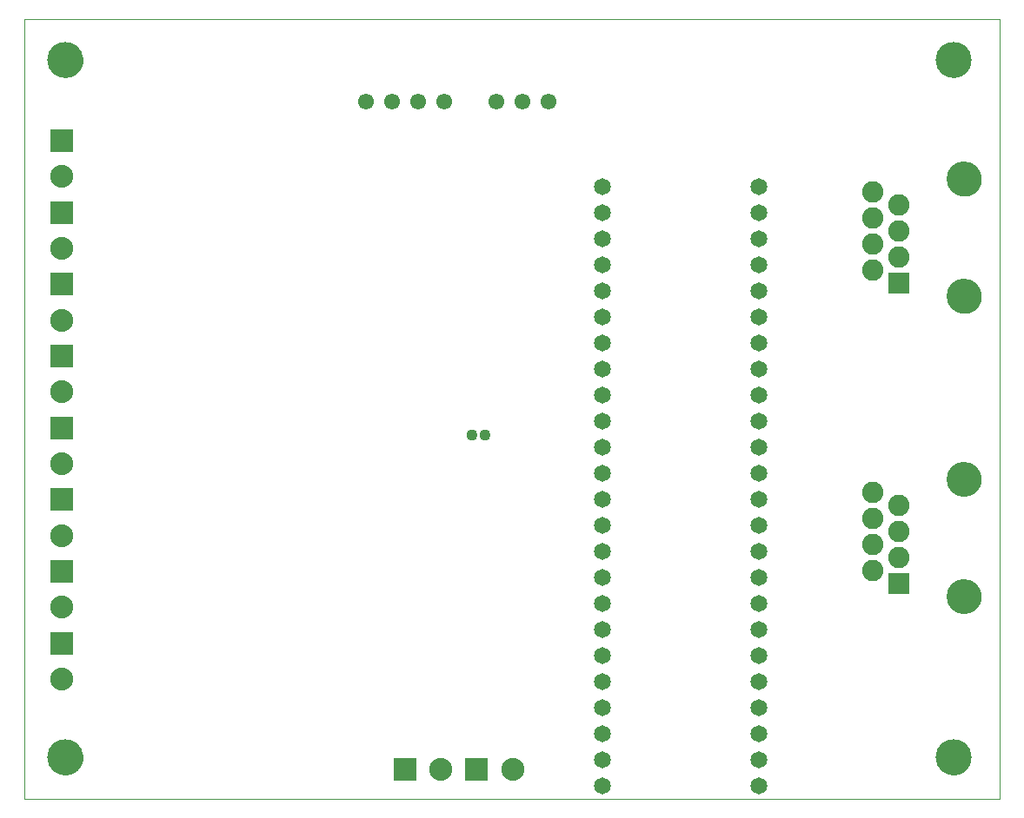
<source format=gbs>
G75*
%MOIN*%
%OFA0B0*%
%FSLAX25Y25*%
%IPPOS*%
%LPD*%
%AMOC8*
5,1,8,0,0,1.08239X$1,22.5*
%
%ADD10C,0.00000*%
%ADD11R,0.08200X0.08200*%
%ADD12C,0.08200*%
%ADD13C,0.13398*%
%ADD14C,0.04362*%
%ADD15C,0.13800*%
%ADD16R,0.08800X0.08800*%
%ADD17C,0.08800*%
%ADD18C,0.06500*%
%ADD19C,0.06115*%
D10*
X0001800Y0015403D02*
X0375816Y0015403D01*
X0375816Y0314615D01*
X0001800Y0314615D01*
X0001800Y0015403D01*
X0011048Y0031151D02*
X0011050Y0031312D01*
X0011056Y0031472D01*
X0011066Y0031633D01*
X0011080Y0031793D01*
X0011098Y0031953D01*
X0011119Y0032112D01*
X0011145Y0032271D01*
X0011175Y0032429D01*
X0011208Y0032586D01*
X0011246Y0032743D01*
X0011287Y0032898D01*
X0011332Y0033052D01*
X0011381Y0033205D01*
X0011434Y0033357D01*
X0011490Y0033508D01*
X0011551Y0033657D01*
X0011614Y0033805D01*
X0011682Y0033951D01*
X0011753Y0034095D01*
X0011827Y0034237D01*
X0011905Y0034378D01*
X0011987Y0034516D01*
X0012072Y0034653D01*
X0012160Y0034787D01*
X0012252Y0034919D01*
X0012347Y0035049D01*
X0012445Y0035177D01*
X0012546Y0035302D01*
X0012650Y0035424D01*
X0012757Y0035544D01*
X0012867Y0035661D01*
X0012980Y0035776D01*
X0013096Y0035887D01*
X0013215Y0035996D01*
X0013336Y0036101D01*
X0013460Y0036204D01*
X0013586Y0036304D01*
X0013714Y0036400D01*
X0013845Y0036493D01*
X0013979Y0036583D01*
X0014114Y0036670D01*
X0014252Y0036753D01*
X0014391Y0036833D01*
X0014533Y0036909D01*
X0014676Y0036982D01*
X0014821Y0037051D01*
X0014968Y0037117D01*
X0015116Y0037179D01*
X0015266Y0037237D01*
X0015417Y0037292D01*
X0015570Y0037343D01*
X0015724Y0037390D01*
X0015879Y0037433D01*
X0016035Y0037472D01*
X0016191Y0037508D01*
X0016349Y0037539D01*
X0016507Y0037567D01*
X0016666Y0037591D01*
X0016826Y0037611D01*
X0016986Y0037627D01*
X0017146Y0037639D01*
X0017307Y0037647D01*
X0017468Y0037651D01*
X0017628Y0037651D01*
X0017789Y0037647D01*
X0017950Y0037639D01*
X0018110Y0037627D01*
X0018270Y0037611D01*
X0018430Y0037591D01*
X0018589Y0037567D01*
X0018747Y0037539D01*
X0018905Y0037508D01*
X0019061Y0037472D01*
X0019217Y0037433D01*
X0019372Y0037390D01*
X0019526Y0037343D01*
X0019679Y0037292D01*
X0019830Y0037237D01*
X0019980Y0037179D01*
X0020128Y0037117D01*
X0020275Y0037051D01*
X0020420Y0036982D01*
X0020563Y0036909D01*
X0020705Y0036833D01*
X0020844Y0036753D01*
X0020982Y0036670D01*
X0021117Y0036583D01*
X0021251Y0036493D01*
X0021382Y0036400D01*
X0021510Y0036304D01*
X0021636Y0036204D01*
X0021760Y0036101D01*
X0021881Y0035996D01*
X0022000Y0035887D01*
X0022116Y0035776D01*
X0022229Y0035661D01*
X0022339Y0035544D01*
X0022446Y0035424D01*
X0022550Y0035302D01*
X0022651Y0035177D01*
X0022749Y0035049D01*
X0022844Y0034919D01*
X0022936Y0034787D01*
X0023024Y0034653D01*
X0023109Y0034516D01*
X0023191Y0034378D01*
X0023269Y0034237D01*
X0023343Y0034095D01*
X0023414Y0033951D01*
X0023482Y0033805D01*
X0023545Y0033657D01*
X0023606Y0033508D01*
X0023662Y0033357D01*
X0023715Y0033205D01*
X0023764Y0033052D01*
X0023809Y0032898D01*
X0023850Y0032743D01*
X0023888Y0032586D01*
X0023921Y0032429D01*
X0023951Y0032271D01*
X0023977Y0032112D01*
X0023998Y0031953D01*
X0024016Y0031793D01*
X0024030Y0031633D01*
X0024040Y0031472D01*
X0024046Y0031312D01*
X0024048Y0031151D01*
X0024046Y0030990D01*
X0024040Y0030830D01*
X0024030Y0030669D01*
X0024016Y0030509D01*
X0023998Y0030349D01*
X0023977Y0030190D01*
X0023951Y0030031D01*
X0023921Y0029873D01*
X0023888Y0029716D01*
X0023850Y0029559D01*
X0023809Y0029404D01*
X0023764Y0029250D01*
X0023715Y0029097D01*
X0023662Y0028945D01*
X0023606Y0028794D01*
X0023545Y0028645D01*
X0023482Y0028497D01*
X0023414Y0028351D01*
X0023343Y0028207D01*
X0023269Y0028065D01*
X0023191Y0027924D01*
X0023109Y0027786D01*
X0023024Y0027649D01*
X0022936Y0027515D01*
X0022844Y0027383D01*
X0022749Y0027253D01*
X0022651Y0027125D01*
X0022550Y0027000D01*
X0022446Y0026878D01*
X0022339Y0026758D01*
X0022229Y0026641D01*
X0022116Y0026526D01*
X0022000Y0026415D01*
X0021881Y0026306D01*
X0021760Y0026201D01*
X0021636Y0026098D01*
X0021510Y0025998D01*
X0021382Y0025902D01*
X0021251Y0025809D01*
X0021117Y0025719D01*
X0020982Y0025632D01*
X0020844Y0025549D01*
X0020705Y0025469D01*
X0020563Y0025393D01*
X0020420Y0025320D01*
X0020275Y0025251D01*
X0020128Y0025185D01*
X0019980Y0025123D01*
X0019830Y0025065D01*
X0019679Y0025010D01*
X0019526Y0024959D01*
X0019372Y0024912D01*
X0019217Y0024869D01*
X0019061Y0024830D01*
X0018905Y0024794D01*
X0018747Y0024763D01*
X0018589Y0024735D01*
X0018430Y0024711D01*
X0018270Y0024691D01*
X0018110Y0024675D01*
X0017950Y0024663D01*
X0017789Y0024655D01*
X0017628Y0024651D01*
X0017468Y0024651D01*
X0017307Y0024655D01*
X0017146Y0024663D01*
X0016986Y0024675D01*
X0016826Y0024691D01*
X0016666Y0024711D01*
X0016507Y0024735D01*
X0016349Y0024763D01*
X0016191Y0024794D01*
X0016035Y0024830D01*
X0015879Y0024869D01*
X0015724Y0024912D01*
X0015570Y0024959D01*
X0015417Y0025010D01*
X0015266Y0025065D01*
X0015116Y0025123D01*
X0014968Y0025185D01*
X0014821Y0025251D01*
X0014676Y0025320D01*
X0014533Y0025393D01*
X0014391Y0025469D01*
X0014252Y0025549D01*
X0014114Y0025632D01*
X0013979Y0025719D01*
X0013845Y0025809D01*
X0013714Y0025902D01*
X0013586Y0025998D01*
X0013460Y0026098D01*
X0013336Y0026201D01*
X0013215Y0026306D01*
X0013096Y0026415D01*
X0012980Y0026526D01*
X0012867Y0026641D01*
X0012757Y0026758D01*
X0012650Y0026878D01*
X0012546Y0027000D01*
X0012445Y0027125D01*
X0012347Y0027253D01*
X0012252Y0027383D01*
X0012160Y0027515D01*
X0012072Y0027649D01*
X0011987Y0027786D01*
X0011905Y0027924D01*
X0011827Y0028065D01*
X0011753Y0028207D01*
X0011682Y0028351D01*
X0011614Y0028497D01*
X0011551Y0028645D01*
X0011490Y0028794D01*
X0011434Y0028945D01*
X0011381Y0029097D01*
X0011332Y0029250D01*
X0011287Y0029404D01*
X0011246Y0029559D01*
X0011208Y0029716D01*
X0011175Y0029873D01*
X0011145Y0030031D01*
X0011119Y0030190D01*
X0011098Y0030349D01*
X0011080Y0030509D01*
X0011066Y0030669D01*
X0011056Y0030830D01*
X0011050Y0030990D01*
X0011048Y0031151D01*
X0011048Y0298867D02*
X0011050Y0299028D01*
X0011056Y0299188D01*
X0011066Y0299349D01*
X0011080Y0299509D01*
X0011098Y0299669D01*
X0011119Y0299828D01*
X0011145Y0299987D01*
X0011175Y0300145D01*
X0011208Y0300302D01*
X0011246Y0300459D01*
X0011287Y0300614D01*
X0011332Y0300768D01*
X0011381Y0300921D01*
X0011434Y0301073D01*
X0011490Y0301224D01*
X0011551Y0301373D01*
X0011614Y0301521D01*
X0011682Y0301667D01*
X0011753Y0301811D01*
X0011827Y0301953D01*
X0011905Y0302094D01*
X0011987Y0302232D01*
X0012072Y0302369D01*
X0012160Y0302503D01*
X0012252Y0302635D01*
X0012347Y0302765D01*
X0012445Y0302893D01*
X0012546Y0303018D01*
X0012650Y0303140D01*
X0012757Y0303260D01*
X0012867Y0303377D01*
X0012980Y0303492D01*
X0013096Y0303603D01*
X0013215Y0303712D01*
X0013336Y0303817D01*
X0013460Y0303920D01*
X0013586Y0304020D01*
X0013714Y0304116D01*
X0013845Y0304209D01*
X0013979Y0304299D01*
X0014114Y0304386D01*
X0014252Y0304469D01*
X0014391Y0304549D01*
X0014533Y0304625D01*
X0014676Y0304698D01*
X0014821Y0304767D01*
X0014968Y0304833D01*
X0015116Y0304895D01*
X0015266Y0304953D01*
X0015417Y0305008D01*
X0015570Y0305059D01*
X0015724Y0305106D01*
X0015879Y0305149D01*
X0016035Y0305188D01*
X0016191Y0305224D01*
X0016349Y0305255D01*
X0016507Y0305283D01*
X0016666Y0305307D01*
X0016826Y0305327D01*
X0016986Y0305343D01*
X0017146Y0305355D01*
X0017307Y0305363D01*
X0017468Y0305367D01*
X0017628Y0305367D01*
X0017789Y0305363D01*
X0017950Y0305355D01*
X0018110Y0305343D01*
X0018270Y0305327D01*
X0018430Y0305307D01*
X0018589Y0305283D01*
X0018747Y0305255D01*
X0018905Y0305224D01*
X0019061Y0305188D01*
X0019217Y0305149D01*
X0019372Y0305106D01*
X0019526Y0305059D01*
X0019679Y0305008D01*
X0019830Y0304953D01*
X0019980Y0304895D01*
X0020128Y0304833D01*
X0020275Y0304767D01*
X0020420Y0304698D01*
X0020563Y0304625D01*
X0020705Y0304549D01*
X0020844Y0304469D01*
X0020982Y0304386D01*
X0021117Y0304299D01*
X0021251Y0304209D01*
X0021382Y0304116D01*
X0021510Y0304020D01*
X0021636Y0303920D01*
X0021760Y0303817D01*
X0021881Y0303712D01*
X0022000Y0303603D01*
X0022116Y0303492D01*
X0022229Y0303377D01*
X0022339Y0303260D01*
X0022446Y0303140D01*
X0022550Y0303018D01*
X0022651Y0302893D01*
X0022749Y0302765D01*
X0022844Y0302635D01*
X0022936Y0302503D01*
X0023024Y0302369D01*
X0023109Y0302232D01*
X0023191Y0302094D01*
X0023269Y0301953D01*
X0023343Y0301811D01*
X0023414Y0301667D01*
X0023482Y0301521D01*
X0023545Y0301373D01*
X0023606Y0301224D01*
X0023662Y0301073D01*
X0023715Y0300921D01*
X0023764Y0300768D01*
X0023809Y0300614D01*
X0023850Y0300459D01*
X0023888Y0300302D01*
X0023921Y0300145D01*
X0023951Y0299987D01*
X0023977Y0299828D01*
X0023998Y0299669D01*
X0024016Y0299509D01*
X0024030Y0299349D01*
X0024040Y0299188D01*
X0024046Y0299028D01*
X0024048Y0298867D01*
X0024046Y0298706D01*
X0024040Y0298546D01*
X0024030Y0298385D01*
X0024016Y0298225D01*
X0023998Y0298065D01*
X0023977Y0297906D01*
X0023951Y0297747D01*
X0023921Y0297589D01*
X0023888Y0297432D01*
X0023850Y0297275D01*
X0023809Y0297120D01*
X0023764Y0296966D01*
X0023715Y0296813D01*
X0023662Y0296661D01*
X0023606Y0296510D01*
X0023545Y0296361D01*
X0023482Y0296213D01*
X0023414Y0296067D01*
X0023343Y0295923D01*
X0023269Y0295781D01*
X0023191Y0295640D01*
X0023109Y0295502D01*
X0023024Y0295365D01*
X0022936Y0295231D01*
X0022844Y0295099D01*
X0022749Y0294969D01*
X0022651Y0294841D01*
X0022550Y0294716D01*
X0022446Y0294594D01*
X0022339Y0294474D01*
X0022229Y0294357D01*
X0022116Y0294242D01*
X0022000Y0294131D01*
X0021881Y0294022D01*
X0021760Y0293917D01*
X0021636Y0293814D01*
X0021510Y0293714D01*
X0021382Y0293618D01*
X0021251Y0293525D01*
X0021117Y0293435D01*
X0020982Y0293348D01*
X0020844Y0293265D01*
X0020705Y0293185D01*
X0020563Y0293109D01*
X0020420Y0293036D01*
X0020275Y0292967D01*
X0020128Y0292901D01*
X0019980Y0292839D01*
X0019830Y0292781D01*
X0019679Y0292726D01*
X0019526Y0292675D01*
X0019372Y0292628D01*
X0019217Y0292585D01*
X0019061Y0292546D01*
X0018905Y0292510D01*
X0018747Y0292479D01*
X0018589Y0292451D01*
X0018430Y0292427D01*
X0018270Y0292407D01*
X0018110Y0292391D01*
X0017950Y0292379D01*
X0017789Y0292371D01*
X0017628Y0292367D01*
X0017468Y0292367D01*
X0017307Y0292371D01*
X0017146Y0292379D01*
X0016986Y0292391D01*
X0016826Y0292407D01*
X0016666Y0292427D01*
X0016507Y0292451D01*
X0016349Y0292479D01*
X0016191Y0292510D01*
X0016035Y0292546D01*
X0015879Y0292585D01*
X0015724Y0292628D01*
X0015570Y0292675D01*
X0015417Y0292726D01*
X0015266Y0292781D01*
X0015116Y0292839D01*
X0014968Y0292901D01*
X0014821Y0292967D01*
X0014676Y0293036D01*
X0014533Y0293109D01*
X0014391Y0293185D01*
X0014252Y0293265D01*
X0014114Y0293348D01*
X0013979Y0293435D01*
X0013845Y0293525D01*
X0013714Y0293618D01*
X0013586Y0293714D01*
X0013460Y0293814D01*
X0013336Y0293917D01*
X0013215Y0294022D01*
X0013096Y0294131D01*
X0012980Y0294242D01*
X0012867Y0294357D01*
X0012757Y0294474D01*
X0012650Y0294594D01*
X0012546Y0294716D01*
X0012445Y0294841D01*
X0012347Y0294969D01*
X0012252Y0295099D01*
X0012160Y0295231D01*
X0012072Y0295365D01*
X0011987Y0295502D01*
X0011905Y0295640D01*
X0011827Y0295781D01*
X0011753Y0295923D01*
X0011682Y0296067D01*
X0011614Y0296213D01*
X0011551Y0296361D01*
X0011490Y0296510D01*
X0011434Y0296661D01*
X0011381Y0296813D01*
X0011332Y0296966D01*
X0011287Y0297120D01*
X0011246Y0297275D01*
X0011208Y0297432D01*
X0011175Y0297589D01*
X0011145Y0297747D01*
X0011119Y0297906D01*
X0011098Y0298065D01*
X0011080Y0298225D01*
X0011066Y0298385D01*
X0011056Y0298546D01*
X0011050Y0298706D01*
X0011048Y0298867D01*
X0351599Y0298867D02*
X0351601Y0299028D01*
X0351607Y0299188D01*
X0351617Y0299349D01*
X0351631Y0299509D01*
X0351649Y0299669D01*
X0351670Y0299828D01*
X0351696Y0299987D01*
X0351726Y0300145D01*
X0351759Y0300302D01*
X0351797Y0300459D01*
X0351838Y0300614D01*
X0351883Y0300768D01*
X0351932Y0300921D01*
X0351985Y0301073D01*
X0352041Y0301224D01*
X0352102Y0301373D01*
X0352165Y0301521D01*
X0352233Y0301667D01*
X0352304Y0301811D01*
X0352378Y0301953D01*
X0352456Y0302094D01*
X0352538Y0302232D01*
X0352623Y0302369D01*
X0352711Y0302503D01*
X0352803Y0302635D01*
X0352898Y0302765D01*
X0352996Y0302893D01*
X0353097Y0303018D01*
X0353201Y0303140D01*
X0353308Y0303260D01*
X0353418Y0303377D01*
X0353531Y0303492D01*
X0353647Y0303603D01*
X0353766Y0303712D01*
X0353887Y0303817D01*
X0354011Y0303920D01*
X0354137Y0304020D01*
X0354265Y0304116D01*
X0354396Y0304209D01*
X0354530Y0304299D01*
X0354665Y0304386D01*
X0354803Y0304469D01*
X0354942Y0304549D01*
X0355084Y0304625D01*
X0355227Y0304698D01*
X0355372Y0304767D01*
X0355519Y0304833D01*
X0355667Y0304895D01*
X0355817Y0304953D01*
X0355968Y0305008D01*
X0356121Y0305059D01*
X0356275Y0305106D01*
X0356430Y0305149D01*
X0356586Y0305188D01*
X0356742Y0305224D01*
X0356900Y0305255D01*
X0357058Y0305283D01*
X0357217Y0305307D01*
X0357377Y0305327D01*
X0357537Y0305343D01*
X0357697Y0305355D01*
X0357858Y0305363D01*
X0358019Y0305367D01*
X0358179Y0305367D01*
X0358340Y0305363D01*
X0358501Y0305355D01*
X0358661Y0305343D01*
X0358821Y0305327D01*
X0358981Y0305307D01*
X0359140Y0305283D01*
X0359298Y0305255D01*
X0359456Y0305224D01*
X0359612Y0305188D01*
X0359768Y0305149D01*
X0359923Y0305106D01*
X0360077Y0305059D01*
X0360230Y0305008D01*
X0360381Y0304953D01*
X0360531Y0304895D01*
X0360679Y0304833D01*
X0360826Y0304767D01*
X0360971Y0304698D01*
X0361114Y0304625D01*
X0361256Y0304549D01*
X0361395Y0304469D01*
X0361533Y0304386D01*
X0361668Y0304299D01*
X0361802Y0304209D01*
X0361933Y0304116D01*
X0362061Y0304020D01*
X0362187Y0303920D01*
X0362311Y0303817D01*
X0362432Y0303712D01*
X0362551Y0303603D01*
X0362667Y0303492D01*
X0362780Y0303377D01*
X0362890Y0303260D01*
X0362997Y0303140D01*
X0363101Y0303018D01*
X0363202Y0302893D01*
X0363300Y0302765D01*
X0363395Y0302635D01*
X0363487Y0302503D01*
X0363575Y0302369D01*
X0363660Y0302232D01*
X0363742Y0302094D01*
X0363820Y0301953D01*
X0363894Y0301811D01*
X0363965Y0301667D01*
X0364033Y0301521D01*
X0364096Y0301373D01*
X0364157Y0301224D01*
X0364213Y0301073D01*
X0364266Y0300921D01*
X0364315Y0300768D01*
X0364360Y0300614D01*
X0364401Y0300459D01*
X0364439Y0300302D01*
X0364472Y0300145D01*
X0364502Y0299987D01*
X0364528Y0299828D01*
X0364549Y0299669D01*
X0364567Y0299509D01*
X0364581Y0299349D01*
X0364591Y0299188D01*
X0364597Y0299028D01*
X0364599Y0298867D01*
X0364597Y0298706D01*
X0364591Y0298546D01*
X0364581Y0298385D01*
X0364567Y0298225D01*
X0364549Y0298065D01*
X0364528Y0297906D01*
X0364502Y0297747D01*
X0364472Y0297589D01*
X0364439Y0297432D01*
X0364401Y0297275D01*
X0364360Y0297120D01*
X0364315Y0296966D01*
X0364266Y0296813D01*
X0364213Y0296661D01*
X0364157Y0296510D01*
X0364096Y0296361D01*
X0364033Y0296213D01*
X0363965Y0296067D01*
X0363894Y0295923D01*
X0363820Y0295781D01*
X0363742Y0295640D01*
X0363660Y0295502D01*
X0363575Y0295365D01*
X0363487Y0295231D01*
X0363395Y0295099D01*
X0363300Y0294969D01*
X0363202Y0294841D01*
X0363101Y0294716D01*
X0362997Y0294594D01*
X0362890Y0294474D01*
X0362780Y0294357D01*
X0362667Y0294242D01*
X0362551Y0294131D01*
X0362432Y0294022D01*
X0362311Y0293917D01*
X0362187Y0293814D01*
X0362061Y0293714D01*
X0361933Y0293618D01*
X0361802Y0293525D01*
X0361668Y0293435D01*
X0361533Y0293348D01*
X0361395Y0293265D01*
X0361256Y0293185D01*
X0361114Y0293109D01*
X0360971Y0293036D01*
X0360826Y0292967D01*
X0360679Y0292901D01*
X0360531Y0292839D01*
X0360381Y0292781D01*
X0360230Y0292726D01*
X0360077Y0292675D01*
X0359923Y0292628D01*
X0359768Y0292585D01*
X0359612Y0292546D01*
X0359456Y0292510D01*
X0359298Y0292479D01*
X0359140Y0292451D01*
X0358981Y0292427D01*
X0358821Y0292407D01*
X0358661Y0292391D01*
X0358501Y0292379D01*
X0358340Y0292371D01*
X0358179Y0292367D01*
X0358019Y0292367D01*
X0357858Y0292371D01*
X0357697Y0292379D01*
X0357537Y0292391D01*
X0357377Y0292407D01*
X0357217Y0292427D01*
X0357058Y0292451D01*
X0356900Y0292479D01*
X0356742Y0292510D01*
X0356586Y0292546D01*
X0356430Y0292585D01*
X0356275Y0292628D01*
X0356121Y0292675D01*
X0355968Y0292726D01*
X0355817Y0292781D01*
X0355667Y0292839D01*
X0355519Y0292901D01*
X0355372Y0292967D01*
X0355227Y0293036D01*
X0355084Y0293109D01*
X0354942Y0293185D01*
X0354803Y0293265D01*
X0354665Y0293348D01*
X0354530Y0293435D01*
X0354396Y0293525D01*
X0354265Y0293618D01*
X0354137Y0293714D01*
X0354011Y0293814D01*
X0353887Y0293917D01*
X0353766Y0294022D01*
X0353647Y0294131D01*
X0353531Y0294242D01*
X0353418Y0294357D01*
X0353308Y0294474D01*
X0353201Y0294594D01*
X0353097Y0294716D01*
X0352996Y0294841D01*
X0352898Y0294969D01*
X0352803Y0295099D01*
X0352711Y0295231D01*
X0352623Y0295365D01*
X0352538Y0295502D01*
X0352456Y0295640D01*
X0352378Y0295781D01*
X0352304Y0295923D01*
X0352233Y0296067D01*
X0352165Y0296213D01*
X0352102Y0296361D01*
X0352041Y0296510D01*
X0351985Y0296661D01*
X0351932Y0296813D01*
X0351883Y0296966D01*
X0351838Y0297120D01*
X0351797Y0297275D01*
X0351759Y0297432D01*
X0351726Y0297589D01*
X0351696Y0297747D01*
X0351670Y0297906D01*
X0351649Y0298065D01*
X0351631Y0298225D01*
X0351617Y0298385D01*
X0351607Y0298546D01*
X0351601Y0298706D01*
X0351599Y0298867D01*
X0355934Y0253100D02*
X0355936Y0253258D01*
X0355942Y0253416D01*
X0355952Y0253574D01*
X0355966Y0253732D01*
X0355984Y0253889D01*
X0356005Y0254046D01*
X0356031Y0254202D01*
X0356061Y0254358D01*
X0356094Y0254513D01*
X0356132Y0254666D01*
X0356173Y0254819D01*
X0356218Y0254971D01*
X0356267Y0255122D01*
X0356320Y0255271D01*
X0356376Y0255419D01*
X0356436Y0255565D01*
X0356500Y0255710D01*
X0356568Y0255853D01*
X0356639Y0255995D01*
X0356713Y0256135D01*
X0356791Y0256272D01*
X0356873Y0256408D01*
X0356957Y0256542D01*
X0357046Y0256673D01*
X0357137Y0256802D01*
X0357232Y0256929D01*
X0357329Y0257054D01*
X0357430Y0257176D01*
X0357534Y0257295D01*
X0357641Y0257412D01*
X0357751Y0257526D01*
X0357864Y0257637D01*
X0357979Y0257746D01*
X0358097Y0257851D01*
X0358218Y0257953D01*
X0358341Y0258053D01*
X0358467Y0258149D01*
X0358595Y0258242D01*
X0358725Y0258332D01*
X0358858Y0258418D01*
X0358993Y0258502D01*
X0359129Y0258581D01*
X0359268Y0258658D01*
X0359409Y0258730D01*
X0359551Y0258800D01*
X0359695Y0258865D01*
X0359841Y0258927D01*
X0359988Y0258985D01*
X0360137Y0259040D01*
X0360287Y0259091D01*
X0360438Y0259138D01*
X0360590Y0259181D01*
X0360743Y0259220D01*
X0360898Y0259256D01*
X0361053Y0259287D01*
X0361209Y0259315D01*
X0361365Y0259339D01*
X0361522Y0259359D01*
X0361680Y0259375D01*
X0361837Y0259387D01*
X0361996Y0259395D01*
X0362154Y0259399D01*
X0362312Y0259399D01*
X0362470Y0259395D01*
X0362629Y0259387D01*
X0362786Y0259375D01*
X0362944Y0259359D01*
X0363101Y0259339D01*
X0363257Y0259315D01*
X0363413Y0259287D01*
X0363568Y0259256D01*
X0363723Y0259220D01*
X0363876Y0259181D01*
X0364028Y0259138D01*
X0364179Y0259091D01*
X0364329Y0259040D01*
X0364478Y0258985D01*
X0364625Y0258927D01*
X0364771Y0258865D01*
X0364915Y0258800D01*
X0365057Y0258730D01*
X0365198Y0258658D01*
X0365337Y0258581D01*
X0365473Y0258502D01*
X0365608Y0258418D01*
X0365741Y0258332D01*
X0365871Y0258242D01*
X0365999Y0258149D01*
X0366125Y0258053D01*
X0366248Y0257953D01*
X0366369Y0257851D01*
X0366487Y0257746D01*
X0366602Y0257637D01*
X0366715Y0257526D01*
X0366825Y0257412D01*
X0366932Y0257295D01*
X0367036Y0257176D01*
X0367137Y0257054D01*
X0367234Y0256929D01*
X0367329Y0256802D01*
X0367420Y0256673D01*
X0367509Y0256542D01*
X0367593Y0256408D01*
X0367675Y0256272D01*
X0367753Y0256135D01*
X0367827Y0255995D01*
X0367898Y0255853D01*
X0367966Y0255710D01*
X0368030Y0255565D01*
X0368090Y0255419D01*
X0368146Y0255271D01*
X0368199Y0255122D01*
X0368248Y0254971D01*
X0368293Y0254819D01*
X0368334Y0254666D01*
X0368372Y0254513D01*
X0368405Y0254358D01*
X0368435Y0254202D01*
X0368461Y0254046D01*
X0368482Y0253889D01*
X0368500Y0253732D01*
X0368514Y0253574D01*
X0368524Y0253416D01*
X0368530Y0253258D01*
X0368532Y0253100D01*
X0368530Y0252942D01*
X0368524Y0252784D01*
X0368514Y0252626D01*
X0368500Y0252468D01*
X0368482Y0252311D01*
X0368461Y0252154D01*
X0368435Y0251998D01*
X0368405Y0251842D01*
X0368372Y0251687D01*
X0368334Y0251534D01*
X0368293Y0251381D01*
X0368248Y0251229D01*
X0368199Y0251078D01*
X0368146Y0250929D01*
X0368090Y0250781D01*
X0368030Y0250635D01*
X0367966Y0250490D01*
X0367898Y0250347D01*
X0367827Y0250205D01*
X0367753Y0250065D01*
X0367675Y0249928D01*
X0367593Y0249792D01*
X0367509Y0249658D01*
X0367420Y0249527D01*
X0367329Y0249398D01*
X0367234Y0249271D01*
X0367137Y0249146D01*
X0367036Y0249024D01*
X0366932Y0248905D01*
X0366825Y0248788D01*
X0366715Y0248674D01*
X0366602Y0248563D01*
X0366487Y0248454D01*
X0366369Y0248349D01*
X0366248Y0248247D01*
X0366125Y0248147D01*
X0365999Y0248051D01*
X0365871Y0247958D01*
X0365741Y0247868D01*
X0365608Y0247782D01*
X0365473Y0247698D01*
X0365337Y0247619D01*
X0365198Y0247542D01*
X0365057Y0247470D01*
X0364915Y0247400D01*
X0364771Y0247335D01*
X0364625Y0247273D01*
X0364478Y0247215D01*
X0364329Y0247160D01*
X0364179Y0247109D01*
X0364028Y0247062D01*
X0363876Y0247019D01*
X0363723Y0246980D01*
X0363568Y0246944D01*
X0363413Y0246913D01*
X0363257Y0246885D01*
X0363101Y0246861D01*
X0362944Y0246841D01*
X0362786Y0246825D01*
X0362629Y0246813D01*
X0362470Y0246805D01*
X0362312Y0246801D01*
X0362154Y0246801D01*
X0361996Y0246805D01*
X0361837Y0246813D01*
X0361680Y0246825D01*
X0361522Y0246841D01*
X0361365Y0246861D01*
X0361209Y0246885D01*
X0361053Y0246913D01*
X0360898Y0246944D01*
X0360743Y0246980D01*
X0360590Y0247019D01*
X0360438Y0247062D01*
X0360287Y0247109D01*
X0360137Y0247160D01*
X0359988Y0247215D01*
X0359841Y0247273D01*
X0359695Y0247335D01*
X0359551Y0247400D01*
X0359409Y0247470D01*
X0359268Y0247542D01*
X0359129Y0247619D01*
X0358993Y0247698D01*
X0358858Y0247782D01*
X0358725Y0247868D01*
X0358595Y0247958D01*
X0358467Y0248051D01*
X0358341Y0248147D01*
X0358218Y0248247D01*
X0358097Y0248349D01*
X0357979Y0248454D01*
X0357864Y0248563D01*
X0357751Y0248674D01*
X0357641Y0248788D01*
X0357534Y0248905D01*
X0357430Y0249024D01*
X0357329Y0249146D01*
X0357232Y0249271D01*
X0357137Y0249398D01*
X0357046Y0249527D01*
X0356957Y0249658D01*
X0356873Y0249792D01*
X0356791Y0249928D01*
X0356713Y0250065D01*
X0356639Y0250205D01*
X0356568Y0250347D01*
X0356500Y0250490D01*
X0356436Y0250635D01*
X0356376Y0250781D01*
X0356320Y0250929D01*
X0356267Y0251078D01*
X0356218Y0251229D01*
X0356173Y0251381D01*
X0356132Y0251534D01*
X0356094Y0251687D01*
X0356061Y0251842D01*
X0356031Y0251998D01*
X0356005Y0252154D01*
X0355984Y0252311D01*
X0355966Y0252468D01*
X0355952Y0252626D01*
X0355942Y0252784D01*
X0355936Y0252942D01*
X0355934Y0253100D01*
X0355934Y0208100D02*
X0355936Y0208258D01*
X0355942Y0208416D01*
X0355952Y0208574D01*
X0355966Y0208732D01*
X0355984Y0208889D01*
X0356005Y0209046D01*
X0356031Y0209202D01*
X0356061Y0209358D01*
X0356094Y0209513D01*
X0356132Y0209666D01*
X0356173Y0209819D01*
X0356218Y0209971D01*
X0356267Y0210122D01*
X0356320Y0210271D01*
X0356376Y0210419D01*
X0356436Y0210565D01*
X0356500Y0210710D01*
X0356568Y0210853D01*
X0356639Y0210995D01*
X0356713Y0211135D01*
X0356791Y0211272D01*
X0356873Y0211408D01*
X0356957Y0211542D01*
X0357046Y0211673D01*
X0357137Y0211802D01*
X0357232Y0211929D01*
X0357329Y0212054D01*
X0357430Y0212176D01*
X0357534Y0212295D01*
X0357641Y0212412D01*
X0357751Y0212526D01*
X0357864Y0212637D01*
X0357979Y0212746D01*
X0358097Y0212851D01*
X0358218Y0212953D01*
X0358341Y0213053D01*
X0358467Y0213149D01*
X0358595Y0213242D01*
X0358725Y0213332D01*
X0358858Y0213418D01*
X0358993Y0213502D01*
X0359129Y0213581D01*
X0359268Y0213658D01*
X0359409Y0213730D01*
X0359551Y0213800D01*
X0359695Y0213865D01*
X0359841Y0213927D01*
X0359988Y0213985D01*
X0360137Y0214040D01*
X0360287Y0214091D01*
X0360438Y0214138D01*
X0360590Y0214181D01*
X0360743Y0214220D01*
X0360898Y0214256D01*
X0361053Y0214287D01*
X0361209Y0214315D01*
X0361365Y0214339D01*
X0361522Y0214359D01*
X0361680Y0214375D01*
X0361837Y0214387D01*
X0361996Y0214395D01*
X0362154Y0214399D01*
X0362312Y0214399D01*
X0362470Y0214395D01*
X0362629Y0214387D01*
X0362786Y0214375D01*
X0362944Y0214359D01*
X0363101Y0214339D01*
X0363257Y0214315D01*
X0363413Y0214287D01*
X0363568Y0214256D01*
X0363723Y0214220D01*
X0363876Y0214181D01*
X0364028Y0214138D01*
X0364179Y0214091D01*
X0364329Y0214040D01*
X0364478Y0213985D01*
X0364625Y0213927D01*
X0364771Y0213865D01*
X0364915Y0213800D01*
X0365057Y0213730D01*
X0365198Y0213658D01*
X0365337Y0213581D01*
X0365473Y0213502D01*
X0365608Y0213418D01*
X0365741Y0213332D01*
X0365871Y0213242D01*
X0365999Y0213149D01*
X0366125Y0213053D01*
X0366248Y0212953D01*
X0366369Y0212851D01*
X0366487Y0212746D01*
X0366602Y0212637D01*
X0366715Y0212526D01*
X0366825Y0212412D01*
X0366932Y0212295D01*
X0367036Y0212176D01*
X0367137Y0212054D01*
X0367234Y0211929D01*
X0367329Y0211802D01*
X0367420Y0211673D01*
X0367509Y0211542D01*
X0367593Y0211408D01*
X0367675Y0211272D01*
X0367753Y0211135D01*
X0367827Y0210995D01*
X0367898Y0210853D01*
X0367966Y0210710D01*
X0368030Y0210565D01*
X0368090Y0210419D01*
X0368146Y0210271D01*
X0368199Y0210122D01*
X0368248Y0209971D01*
X0368293Y0209819D01*
X0368334Y0209666D01*
X0368372Y0209513D01*
X0368405Y0209358D01*
X0368435Y0209202D01*
X0368461Y0209046D01*
X0368482Y0208889D01*
X0368500Y0208732D01*
X0368514Y0208574D01*
X0368524Y0208416D01*
X0368530Y0208258D01*
X0368532Y0208100D01*
X0368530Y0207942D01*
X0368524Y0207784D01*
X0368514Y0207626D01*
X0368500Y0207468D01*
X0368482Y0207311D01*
X0368461Y0207154D01*
X0368435Y0206998D01*
X0368405Y0206842D01*
X0368372Y0206687D01*
X0368334Y0206534D01*
X0368293Y0206381D01*
X0368248Y0206229D01*
X0368199Y0206078D01*
X0368146Y0205929D01*
X0368090Y0205781D01*
X0368030Y0205635D01*
X0367966Y0205490D01*
X0367898Y0205347D01*
X0367827Y0205205D01*
X0367753Y0205065D01*
X0367675Y0204928D01*
X0367593Y0204792D01*
X0367509Y0204658D01*
X0367420Y0204527D01*
X0367329Y0204398D01*
X0367234Y0204271D01*
X0367137Y0204146D01*
X0367036Y0204024D01*
X0366932Y0203905D01*
X0366825Y0203788D01*
X0366715Y0203674D01*
X0366602Y0203563D01*
X0366487Y0203454D01*
X0366369Y0203349D01*
X0366248Y0203247D01*
X0366125Y0203147D01*
X0365999Y0203051D01*
X0365871Y0202958D01*
X0365741Y0202868D01*
X0365608Y0202782D01*
X0365473Y0202698D01*
X0365337Y0202619D01*
X0365198Y0202542D01*
X0365057Y0202470D01*
X0364915Y0202400D01*
X0364771Y0202335D01*
X0364625Y0202273D01*
X0364478Y0202215D01*
X0364329Y0202160D01*
X0364179Y0202109D01*
X0364028Y0202062D01*
X0363876Y0202019D01*
X0363723Y0201980D01*
X0363568Y0201944D01*
X0363413Y0201913D01*
X0363257Y0201885D01*
X0363101Y0201861D01*
X0362944Y0201841D01*
X0362786Y0201825D01*
X0362629Y0201813D01*
X0362470Y0201805D01*
X0362312Y0201801D01*
X0362154Y0201801D01*
X0361996Y0201805D01*
X0361837Y0201813D01*
X0361680Y0201825D01*
X0361522Y0201841D01*
X0361365Y0201861D01*
X0361209Y0201885D01*
X0361053Y0201913D01*
X0360898Y0201944D01*
X0360743Y0201980D01*
X0360590Y0202019D01*
X0360438Y0202062D01*
X0360287Y0202109D01*
X0360137Y0202160D01*
X0359988Y0202215D01*
X0359841Y0202273D01*
X0359695Y0202335D01*
X0359551Y0202400D01*
X0359409Y0202470D01*
X0359268Y0202542D01*
X0359129Y0202619D01*
X0358993Y0202698D01*
X0358858Y0202782D01*
X0358725Y0202868D01*
X0358595Y0202958D01*
X0358467Y0203051D01*
X0358341Y0203147D01*
X0358218Y0203247D01*
X0358097Y0203349D01*
X0357979Y0203454D01*
X0357864Y0203563D01*
X0357751Y0203674D01*
X0357641Y0203788D01*
X0357534Y0203905D01*
X0357430Y0204024D01*
X0357329Y0204146D01*
X0357232Y0204271D01*
X0357137Y0204398D01*
X0357046Y0204527D01*
X0356957Y0204658D01*
X0356873Y0204792D01*
X0356791Y0204928D01*
X0356713Y0205065D01*
X0356639Y0205205D01*
X0356568Y0205347D01*
X0356500Y0205490D01*
X0356436Y0205635D01*
X0356376Y0205781D01*
X0356320Y0205929D01*
X0356267Y0206078D01*
X0356218Y0206229D01*
X0356173Y0206381D01*
X0356132Y0206534D01*
X0356094Y0206687D01*
X0356061Y0206842D01*
X0356031Y0206998D01*
X0356005Y0207154D01*
X0355984Y0207311D01*
X0355966Y0207468D01*
X0355952Y0207626D01*
X0355942Y0207784D01*
X0355936Y0207942D01*
X0355934Y0208100D01*
X0355934Y0137982D02*
X0355936Y0138140D01*
X0355942Y0138298D01*
X0355952Y0138456D01*
X0355966Y0138614D01*
X0355984Y0138771D01*
X0356005Y0138928D01*
X0356031Y0139084D01*
X0356061Y0139240D01*
X0356094Y0139395D01*
X0356132Y0139548D01*
X0356173Y0139701D01*
X0356218Y0139853D01*
X0356267Y0140004D01*
X0356320Y0140153D01*
X0356376Y0140301D01*
X0356436Y0140447D01*
X0356500Y0140592D01*
X0356568Y0140735D01*
X0356639Y0140877D01*
X0356713Y0141017D01*
X0356791Y0141154D01*
X0356873Y0141290D01*
X0356957Y0141424D01*
X0357046Y0141555D01*
X0357137Y0141684D01*
X0357232Y0141811D01*
X0357329Y0141936D01*
X0357430Y0142058D01*
X0357534Y0142177D01*
X0357641Y0142294D01*
X0357751Y0142408D01*
X0357864Y0142519D01*
X0357979Y0142628D01*
X0358097Y0142733D01*
X0358218Y0142835D01*
X0358341Y0142935D01*
X0358467Y0143031D01*
X0358595Y0143124D01*
X0358725Y0143214D01*
X0358858Y0143300D01*
X0358993Y0143384D01*
X0359129Y0143463D01*
X0359268Y0143540D01*
X0359409Y0143612D01*
X0359551Y0143682D01*
X0359695Y0143747D01*
X0359841Y0143809D01*
X0359988Y0143867D01*
X0360137Y0143922D01*
X0360287Y0143973D01*
X0360438Y0144020D01*
X0360590Y0144063D01*
X0360743Y0144102D01*
X0360898Y0144138D01*
X0361053Y0144169D01*
X0361209Y0144197D01*
X0361365Y0144221D01*
X0361522Y0144241D01*
X0361680Y0144257D01*
X0361837Y0144269D01*
X0361996Y0144277D01*
X0362154Y0144281D01*
X0362312Y0144281D01*
X0362470Y0144277D01*
X0362629Y0144269D01*
X0362786Y0144257D01*
X0362944Y0144241D01*
X0363101Y0144221D01*
X0363257Y0144197D01*
X0363413Y0144169D01*
X0363568Y0144138D01*
X0363723Y0144102D01*
X0363876Y0144063D01*
X0364028Y0144020D01*
X0364179Y0143973D01*
X0364329Y0143922D01*
X0364478Y0143867D01*
X0364625Y0143809D01*
X0364771Y0143747D01*
X0364915Y0143682D01*
X0365057Y0143612D01*
X0365198Y0143540D01*
X0365337Y0143463D01*
X0365473Y0143384D01*
X0365608Y0143300D01*
X0365741Y0143214D01*
X0365871Y0143124D01*
X0365999Y0143031D01*
X0366125Y0142935D01*
X0366248Y0142835D01*
X0366369Y0142733D01*
X0366487Y0142628D01*
X0366602Y0142519D01*
X0366715Y0142408D01*
X0366825Y0142294D01*
X0366932Y0142177D01*
X0367036Y0142058D01*
X0367137Y0141936D01*
X0367234Y0141811D01*
X0367329Y0141684D01*
X0367420Y0141555D01*
X0367509Y0141424D01*
X0367593Y0141290D01*
X0367675Y0141154D01*
X0367753Y0141017D01*
X0367827Y0140877D01*
X0367898Y0140735D01*
X0367966Y0140592D01*
X0368030Y0140447D01*
X0368090Y0140301D01*
X0368146Y0140153D01*
X0368199Y0140004D01*
X0368248Y0139853D01*
X0368293Y0139701D01*
X0368334Y0139548D01*
X0368372Y0139395D01*
X0368405Y0139240D01*
X0368435Y0139084D01*
X0368461Y0138928D01*
X0368482Y0138771D01*
X0368500Y0138614D01*
X0368514Y0138456D01*
X0368524Y0138298D01*
X0368530Y0138140D01*
X0368532Y0137982D01*
X0368530Y0137824D01*
X0368524Y0137666D01*
X0368514Y0137508D01*
X0368500Y0137350D01*
X0368482Y0137193D01*
X0368461Y0137036D01*
X0368435Y0136880D01*
X0368405Y0136724D01*
X0368372Y0136569D01*
X0368334Y0136416D01*
X0368293Y0136263D01*
X0368248Y0136111D01*
X0368199Y0135960D01*
X0368146Y0135811D01*
X0368090Y0135663D01*
X0368030Y0135517D01*
X0367966Y0135372D01*
X0367898Y0135229D01*
X0367827Y0135087D01*
X0367753Y0134947D01*
X0367675Y0134810D01*
X0367593Y0134674D01*
X0367509Y0134540D01*
X0367420Y0134409D01*
X0367329Y0134280D01*
X0367234Y0134153D01*
X0367137Y0134028D01*
X0367036Y0133906D01*
X0366932Y0133787D01*
X0366825Y0133670D01*
X0366715Y0133556D01*
X0366602Y0133445D01*
X0366487Y0133336D01*
X0366369Y0133231D01*
X0366248Y0133129D01*
X0366125Y0133029D01*
X0365999Y0132933D01*
X0365871Y0132840D01*
X0365741Y0132750D01*
X0365608Y0132664D01*
X0365473Y0132580D01*
X0365337Y0132501D01*
X0365198Y0132424D01*
X0365057Y0132352D01*
X0364915Y0132282D01*
X0364771Y0132217D01*
X0364625Y0132155D01*
X0364478Y0132097D01*
X0364329Y0132042D01*
X0364179Y0131991D01*
X0364028Y0131944D01*
X0363876Y0131901D01*
X0363723Y0131862D01*
X0363568Y0131826D01*
X0363413Y0131795D01*
X0363257Y0131767D01*
X0363101Y0131743D01*
X0362944Y0131723D01*
X0362786Y0131707D01*
X0362629Y0131695D01*
X0362470Y0131687D01*
X0362312Y0131683D01*
X0362154Y0131683D01*
X0361996Y0131687D01*
X0361837Y0131695D01*
X0361680Y0131707D01*
X0361522Y0131723D01*
X0361365Y0131743D01*
X0361209Y0131767D01*
X0361053Y0131795D01*
X0360898Y0131826D01*
X0360743Y0131862D01*
X0360590Y0131901D01*
X0360438Y0131944D01*
X0360287Y0131991D01*
X0360137Y0132042D01*
X0359988Y0132097D01*
X0359841Y0132155D01*
X0359695Y0132217D01*
X0359551Y0132282D01*
X0359409Y0132352D01*
X0359268Y0132424D01*
X0359129Y0132501D01*
X0358993Y0132580D01*
X0358858Y0132664D01*
X0358725Y0132750D01*
X0358595Y0132840D01*
X0358467Y0132933D01*
X0358341Y0133029D01*
X0358218Y0133129D01*
X0358097Y0133231D01*
X0357979Y0133336D01*
X0357864Y0133445D01*
X0357751Y0133556D01*
X0357641Y0133670D01*
X0357534Y0133787D01*
X0357430Y0133906D01*
X0357329Y0134028D01*
X0357232Y0134153D01*
X0357137Y0134280D01*
X0357046Y0134409D01*
X0356957Y0134540D01*
X0356873Y0134674D01*
X0356791Y0134810D01*
X0356713Y0134947D01*
X0356639Y0135087D01*
X0356568Y0135229D01*
X0356500Y0135372D01*
X0356436Y0135517D01*
X0356376Y0135663D01*
X0356320Y0135811D01*
X0356267Y0135960D01*
X0356218Y0136111D01*
X0356173Y0136263D01*
X0356132Y0136416D01*
X0356094Y0136569D01*
X0356061Y0136724D01*
X0356031Y0136880D01*
X0356005Y0137036D01*
X0355984Y0137193D01*
X0355966Y0137350D01*
X0355952Y0137508D01*
X0355942Y0137666D01*
X0355936Y0137824D01*
X0355934Y0137982D01*
X0355934Y0092982D02*
X0355936Y0093140D01*
X0355942Y0093298D01*
X0355952Y0093456D01*
X0355966Y0093614D01*
X0355984Y0093771D01*
X0356005Y0093928D01*
X0356031Y0094084D01*
X0356061Y0094240D01*
X0356094Y0094395D01*
X0356132Y0094548D01*
X0356173Y0094701D01*
X0356218Y0094853D01*
X0356267Y0095004D01*
X0356320Y0095153D01*
X0356376Y0095301D01*
X0356436Y0095447D01*
X0356500Y0095592D01*
X0356568Y0095735D01*
X0356639Y0095877D01*
X0356713Y0096017D01*
X0356791Y0096154D01*
X0356873Y0096290D01*
X0356957Y0096424D01*
X0357046Y0096555D01*
X0357137Y0096684D01*
X0357232Y0096811D01*
X0357329Y0096936D01*
X0357430Y0097058D01*
X0357534Y0097177D01*
X0357641Y0097294D01*
X0357751Y0097408D01*
X0357864Y0097519D01*
X0357979Y0097628D01*
X0358097Y0097733D01*
X0358218Y0097835D01*
X0358341Y0097935D01*
X0358467Y0098031D01*
X0358595Y0098124D01*
X0358725Y0098214D01*
X0358858Y0098300D01*
X0358993Y0098384D01*
X0359129Y0098463D01*
X0359268Y0098540D01*
X0359409Y0098612D01*
X0359551Y0098682D01*
X0359695Y0098747D01*
X0359841Y0098809D01*
X0359988Y0098867D01*
X0360137Y0098922D01*
X0360287Y0098973D01*
X0360438Y0099020D01*
X0360590Y0099063D01*
X0360743Y0099102D01*
X0360898Y0099138D01*
X0361053Y0099169D01*
X0361209Y0099197D01*
X0361365Y0099221D01*
X0361522Y0099241D01*
X0361680Y0099257D01*
X0361837Y0099269D01*
X0361996Y0099277D01*
X0362154Y0099281D01*
X0362312Y0099281D01*
X0362470Y0099277D01*
X0362629Y0099269D01*
X0362786Y0099257D01*
X0362944Y0099241D01*
X0363101Y0099221D01*
X0363257Y0099197D01*
X0363413Y0099169D01*
X0363568Y0099138D01*
X0363723Y0099102D01*
X0363876Y0099063D01*
X0364028Y0099020D01*
X0364179Y0098973D01*
X0364329Y0098922D01*
X0364478Y0098867D01*
X0364625Y0098809D01*
X0364771Y0098747D01*
X0364915Y0098682D01*
X0365057Y0098612D01*
X0365198Y0098540D01*
X0365337Y0098463D01*
X0365473Y0098384D01*
X0365608Y0098300D01*
X0365741Y0098214D01*
X0365871Y0098124D01*
X0365999Y0098031D01*
X0366125Y0097935D01*
X0366248Y0097835D01*
X0366369Y0097733D01*
X0366487Y0097628D01*
X0366602Y0097519D01*
X0366715Y0097408D01*
X0366825Y0097294D01*
X0366932Y0097177D01*
X0367036Y0097058D01*
X0367137Y0096936D01*
X0367234Y0096811D01*
X0367329Y0096684D01*
X0367420Y0096555D01*
X0367509Y0096424D01*
X0367593Y0096290D01*
X0367675Y0096154D01*
X0367753Y0096017D01*
X0367827Y0095877D01*
X0367898Y0095735D01*
X0367966Y0095592D01*
X0368030Y0095447D01*
X0368090Y0095301D01*
X0368146Y0095153D01*
X0368199Y0095004D01*
X0368248Y0094853D01*
X0368293Y0094701D01*
X0368334Y0094548D01*
X0368372Y0094395D01*
X0368405Y0094240D01*
X0368435Y0094084D01*
X0368461Y0093928D01*
X0368482Y0093771D01*
X0368500Y0093614D01*
X0368514Y0093456D01*
X0368524Y0093298D01*
X0368530Y0093140D01*
X0368532Y0092982D01*
X0368530Y0092824D01*
X0368524Y0092666D01*
X0368514Y0092508D01*
X0368500Y0092350D01*
X0368482Y0092193D01*
X0368461Y0092036D01*
X0368435Y0091880D01*
X0368405Y0091724D01*
X0368372Y0091569D01*
X0368334Y0091416D01*
X0368293Y0091263D01*
X0368248Y0091111D01*
X0368199Y0090960D01*
X0368146Y0090811D01*
X0368090Y0090663D01*
X0368030Y0090517D01*
X0367966Y0090372D01*
X0367898Y0090229D01*
X0367827Y0090087D01*
X0367753Y0089947D01*
X0367675Y0089810D01*
X0367593Y0089674D01*
X0367509Y0089540D01*
X0367420Y0089409D01*
X0367329Y0089280D01*
X0367234Y0089153D01*
X0367137Y0089028D01*
X0367036Y0088906D01*
X0366932Y0088787D01*
X0366825Y0088670D01*
X0366715Y0088556D01*
X0366602Y0088445D01*
X0366487Y0088336D01*
X0366369Y0088231D01*
X0366248Y0088129D01*
X0366125Y0088029D01*
X0365999Y0087933D01*
X0365871Y0087840D01*
X0365741Y0087750D01*
X0365608Y0087664D01*
X0365473Y0087580D01*
X0365337Y0087501D01*
X0365198Y0087424D01*
X0365057Y0087352D01*
X0364915Y0087282D01*
X0364771Y0087217D01*
X0364625Y0087155D01*
X0364478Y0087097D01*
X0364329Y0087042D01*
X0364179Y0086991D01*
X0364028Y0086944D01*
X0363876Y0086901D01*
X0363723Y0086862D01*
X0363568Y0086826D01*
X0363413Y0086795D01*
X0363257Y0086767D01*
X0363101Y0086743D01*
X0362944Y0086723D01*
X0362786Y0086707D01*
X0362629Y0086695D01*
X0362470Y0086687D01*
X0362312Y0086683D01*
X0362154Y0086683D01*
X0361996Y0086687D01*
X0361837Y0086695D01*
X0361680Y0086707D01*
X0361522Y0086723D01*
X0361365Y0086743D01*
X0361209Y0086767D01*
X0361053Y0086795D01*
X0360898Y0086826D01*
X0360743Y0086862D01*
X0360590Y0086901D01*
X0360438Y0086944D01*
X0360287Y0086991D01*
X0360137Y0087042D01*
X0359988Y0087097D01*
X0359841Y0087155D01*
X0359695Y0087217D01*
X0359551Y0087282D01*
X0359409Y0087352D01*
X0359268Y0087424D01*
X0359129Y0087501D01*
X0358993Y0087580D01*
X0358858Y0087664D01*
X0358725Y0087750D01*
X0358595Y0087840D01*
X0358467Y0087933D01*
X0358341Y0088029D01*
X0358218Y0088129D01*
X0358097Y0088231D01*
X0357979Y0088336D01*
X0357864Y0088445D01*
X0357751Y0088556D01*
X0357641Y0088670D01*
X0357534Y0088787D01*
X0357430Y0088906D01*
X0357329Y0089028D01*
X0357232Y0089153D01*
X0357137Y0089280D01*
X0357046Y0089409D01*
X0356957Y0089540D01*
X0356873Y0089674D01*
X0356791Y0089810D01*
X0356713Y0089947D01*
X0356639Y0090087D01*
X0356568Y0090229D01*
X0356500Y0090372D01*
X0356436Y0090517D01*
X0356376Y0090663D01*
X0356320Y0090811D01*
X0356267Y0090960D01*
X0356218Y0091111D01*
X0356173Y0091263D01*
X0356132Y0091416D01*
X0356094Y0091569D01*
X0356061Y0091724D01*
X0356031Y0091880D01*
X0356005Y0092036D01*
X0355984Y0092193D01*
X0355966Y0092350D01*
X0355952Y0092508D01*
X0355942Y0092666D01*
X0355936Y0092824D01*
X0355934Y0092982D01*
X0351599Y0031151D02*
X0351601Y0031312D01*
X0351607Y0031472D01*
X0351617Y0031633D01*
X0351631Y0031793D01*
X0351649Y0031953D01*
X0351670Y0032112D01*
X0351696Y0032271D01*
X0351726Y0032429D01*
X0351759Y0032586D01*
X0351797Y0032743D01*
X0351838Y0032898D01*
X0351883Y0033052D01*
X0351932Y0033205D01*
X0351985Y0033357D01*
X0352041Y0033508D01*
X0352102Y0033657D01*
X0352165Y0033805D01*
X0352233Y0033951D01*
X0352304Y0034095D01*
X0352378Y0034237D01*
X0352456Y0034378D01*
X0352538Y0034516D01*
X0352623Y0034653D01*
X0352711Y0034787D01*
X0352803Y0034919D01*
X0352898Y0035049D01*
X0352996Y0035177D01*
X0353097Y0035302D01*
X0353201Y0035424D01*
X0353308Y0035544D01*
X0353418Y0035661D01*
X0353531Y0035776D01*
X0353647Y0035887D01*
X0353766Y0035996D01*
X0353887Y0036101D01*
X0354011Y0036204D01*
X0354137Y0036304D01*
X0354265Y0036400D01*
X0354396Y0036493D01*
X0354530Y0036583D01*
X0354665Y0036670D01*
X0354803Y0036753D01*
X0354942Y0036833D01*
X0355084Y0036909D01*
X0355227Y0036982D01*
X0355372Y0037051D01*
X0355519Y0037117D01*
X0355667Y0037179D01*
X0355817Y0037237D01*
X0355968Y0037292D01*
X0356121Y0037343D01*
X0356275Y0037390D01*
X0356430Y0037433D01*
X0356586Y0037472D01*
X0356742Y0037508D01*
X0356900Y0037539D01*
X0357058Y0037567D01*
X0357217Y0037591D01*
X0357377Y0037611D01*
X0357537Y0037627D01*
X0357697Y0037639D01*
X0357858Y0037647D01*
X0358019Y0037651D01*
X0358179Y0037651D01*
X0358340Y0037647D01*
X0358501Y0037639D01*
X0358661Y0037627D01*
X0358821Y0037611D01*
X0358981Y0037591D01*
X0359140Y0037567D01*
X0359298Y0037539D01*
X0359456Y0037508D01*
X0359612Y0037472D01*
X0359768Y0037433D01*
X0359923Y0037390D01*
X0360077Y0037343D01*
X0360230Y0037292D01*
X0360381Y0037237D01*
X0360531Y0037179D01*
X0360679Y0037117D01*
X0360826Y0037051D01*
X0360971Y0036982D01*
X0361114Y0036909D01*
X0361256Y0036833D01*
X0361395Y0036753D01*
X0361533Y0036670D01*
X0361668Y0036583D01*
X0361802Y0036493D01*
X0361933Y0036400D01*
X0362061Y0036304D01*
X0362187Y0036204D01*
X0362311Y0036101D01*
X0362432Y0035996D01*
X0362551Y0035887D01*
X0362667Y0035776D01*
X0362780Y0035661D01*
X0362890Y0035544D01*
X0362997Y0035424D01*
X0363101Y0035302D01*
X0363202Y0035177D01*
X0363300Y0035049D01*
X0363395Y0034919D01*
X0363487Y0034787D01*
X0363575Y0034653D01*
X0363660Y0034516D01*
X0363742Y0034378D01*
X0363820Y0034237D01*
X0363894Y0034095D01*
X0363965Y0033951D01*
X0364033Y0033805D01*
X0364096Y0033657D01*
X0364157Y0033508D01*
X0364213Y0033357D01*
X0364266Y0033205D01*
X0364315Y0033052D01*
X0364360Y0032898D01*
X0364401Y0032743D01*
X0364439Y0032586D01*
X0364472Y0032429D01*
X0364502Y0032271D01*
X0364528Y0032112D01*
X0364549Y0031953D01*
X0364567Y0031793D01*
X0364581Y0031633D01*
X0364591Y0031472D01*
X0364597Y0031312D01*
X0364599Y0031151D01*
X0364597Y0030990D01*
X0364591Y0030830D01*
X0364581Y0030669D01*
X0364567Y0030509D01*
X0364549Y0030349D01*
X0364528Y0030190D01*
X0364502Y0030031D01*
X0364472Y0029873D01*
X0364439Y0029716D01*
X0364401Y0029559D01*
X0364360Y0029404D01*
X0364315Y0029250D01*
X0364266Y0029097D01*
X0364213Y0028945D01*
X0364157Y0028794D01*
X0364096Y0028645D01*
X0364033Y0028497D01*
X0363965Y0028351D01*
X0363894Y0028207D01*
X0363820Y0028065D01*
X0363742Y0027924D01*
X0363660Y0027786D01*
X0363575Y0027649D01*
X0363487Y0027515D01*
X0363395Y0027383D01*
X0363300Y0027253D01*
X0363202Y0027125D01*
X0363101Y0027000D01*
X0362997Y0026878D01*
X0362890Y0026758D01*
X0362780Y0026641D01*
X0362667Y0026526D01*
X0362551Y0026415D01*
X0362432Y0026306D01*
X0362311Y0026201D01*
X0362187Y0026098D01*
X0362061Y0025998D01*
X0361933Y0025902D01*
X0361802Y0025809D01*
X0361668Y0025719D01*
X0361533Y0025632D01*
X0361395Y0025549D01*
X0361256Y0025469D01*
X0361114Y0025393D01*
X0360971Y0025320D01*
X0360826Y0025251D01*
X0360679Y0025185D01*
X0360531Y0025123D01*
X0360381Y0025065D01*
X0360230Y0025010D01*
X0360077Y0024959D01*
X0359923Y0024912D01*
X0359768Y0024869D01*
X0359612Y0024830D01*
X0359456Y0024794D01*
X0359298Y0024763D01*
X0359140Y0024735D01*
X0358981Y0024711D01*
X0358821Y0024691D01*
X0358661Y0024675D01*
X0358501Y0024663D01*
X0358340Y0024655D01*
X0358179Y0024651D01*
X0358019Y0024651D01*
X0357858Y0024655D01*
X0357697Y0024663D01*
X0357537Y0024675D01*
X0357377Y0024691D01*
X0357217Y0024711D01*
X0357058Y0024735D01*
X0356900Y0024763D01*
X0356742Y0024794D01*
X0356586Y0024830D01*
X0356430Y0024869D01*
X0356275Y0024912D01*
X0356121Y0024959D01*
X0355968Y0025010D01*
X0355817Y0025065D01*
X0355667Y0025123D01*
X0355519Y0025185D01*
X0355372Y0025251D01*
X0355227Y0025320D01*
X0355084Y0025393D01*
X0354942Y0025469D01*
X0354803Y0025549D01*
X0354665Y0025632D01*
X0354530Y0025719D01*
X0354396Y0025809D01*
X0354265Y0025902D01*
X0354137Y0025998D01*
X0354011Y0026098D01*
X0353887Y0026201D01*
X0353766Y0026306D01*
X0353647Y0026415D01*
X0353531Y0026526D01*
X0353418Y0026641D01*
X0353308Y0026758D01*
X0353201Y0026878D01*
X0353097Y0027000D01*
X0352996Y0027125D01*
X0352898Y0027253D01*
X0352803Y0027383D01*
X0352711Y0027515D01*
X0352623Y0027649D01*
X0352538Y0027786D01*
X0352456Y0027924D01*
X0352378Y0028065D01*
X0352304Y0028207D01*
X0352233Y0028351D01*
X0352165Y0028497D01*
X0352102Y0028645D01*
X0352041Y0028794D01*
X0351985Y0028945D01*
X0351932Y0029097D01*
X0351883Y0029250D01*
X0351838Y0029404D01*
X0351797Y0029559D01*
X0351759Y0029716D01*
X0351726Y0029873D01*
X0351696Y0030031D01*
X0351670Y0030190D01*
X0351649Y0030349D01*
X0351631Y0030509D01*
X0351617Y0030669D01*
X0351607Y0030830D01*
X0351601Y0030990D01*
X0351599Y0031151D01*
D11*
X0337233Y0097982D03*
X0337233Y0213100D03*
D12*
X0337233Y0223100D03*
X0337233Y0233100D03*
X0337233Y0243100D03*
X0327233Y0248100D03*
X0327233Y0238100D03*
X0327233Y0228100D03*
X0327233Y0218100D03*
X0327233Y0132982D03*
X0337233Y0127982D03*
X0337233Y0117982D03*
X0337233Y0107982D03*
X0327233Y0112982D03*
X0327233Y0122982D03*
X0327233Y0102982D03*
D13*
X0362233Y0092982D03*
X0362233Y0137982D03*
X0362233Y0208100D03*
X0362233Y0253100D03*
D14*
X0178572Y0154773D03*
X0173572Y0154773D03*
D15*
X0017548Y0031151D03*
X0358099Y0031151D03*
X0358099Y0298867D03*
X0017548Y0298867D03*
D16*
X0015973Y0267962D03*
X0015973Y0240403D03*
X0015973Y0212844D03*
X0015973Y0185285D03*
X0015973Y0157726D03*
X0015973Y0130167D03*
X0015973Y0102608D03*
X0015973Y0075049D03*
X0147666Y0026427D03*
X0175225Y0026427D03*
D17*
X0189005Y0026427D03*
X0161446Y0026427D03*
X0015973Y0061269D03*
X0015973Y0088828D03*
X0015973Y0116387D03*
X0015973Y0143946D03*
X0015973Y0171505D03*
X0015973Y0199064D03*
X0015973Y0226623D03*
X0015973Y0254182D03*
D18*
X0223375Y0250167D03*
X0223375Y0240167D03*
X0223375Y0230167D03*
X0223375Y0220167D03*
X0223375Y0210167D03*
X0223375Y0200167D03*
X0223375Y0190167D03*
X0223375Y0180167D03*
X0223375Y0170167D03*
X0223375Y0160167D03*
X0223375Y0150167D03*
X0223375Y0140167D03*
X0223375Y0130167D03*
X0223375Y0120167D03*
X0223375Y0110167D03*
X0223375Y0100167D03*
X0223375Y0090167D03*
X0223375Y0080167D03*
X0223375Y0070167D03*
X0223375Y0060167D03*
X0223375Y0050167D03*
X0223375Y0040167D03*
X0223375Y0030167D03*
X0223375Y0020167D03*
X0283375Y0020167D03*
X0283375Y0030167D03*
X0283375Y0040167D03*
X0283375Y0050167D03*
X0283375Y0060167D03*
X0283375Y0070167D03*
X0283375Y0080167D03*
X0283375Y0090167D03*
X0283375Y0100167D03*
X0283375Y0110167D03*
X0283375Y0120167D03*
X0283375Y0130167D03*
X0283375Y0140167D03*
X0283375Y0150167D03*
X0283375Y0160167D03*
X0283375Y0170167D03*
X0283375Y0180167D03*
X0283375Y0190167D03*
X0283375Y0200167D03*
X0283375Y0210167D03*
X0283375Y0220167D03*
X0283375Y0230167D03*
X0283375Y0240167D03*
X0283375Y0250167D03*
D19*
X0202666Y0283001D03*
X0192666Y0283001D03*
X0182666Y0283001D03*
X0162666Y0283001D03*
X0152666Y0283001D03*
X0142666Y0283001D03*
X0132666Y0283001D03*
M02*

</source>
